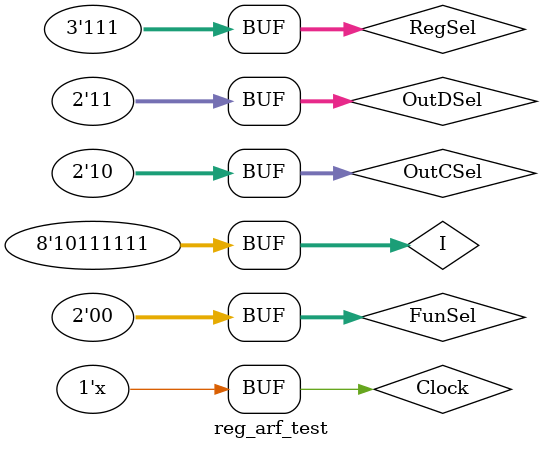
<source format=v>
`timescale 1ns / 1ps

module reg_arf_test();
    reg Clock;
    reg [7:0] I;
    reg [1:0] FunSel;
    reg [2:0] RegSel;
    reg [1:0] OutCSel;
    reg [1:0] OutDSel;
    wire [7:0] OutC;
    wire [7:0] OutD;
    
    arf_module uut(Clock, I, FunSel, RegSel, OutCSel, OutDSel, OutC, OutD);
    
    initial begin
        Clock=0; I=8'd1; FunSel=2'b10; RegSel=4'b1011; OutCSel=2'b00; OutDSel=2'b01; #250;
        I=8'd17; FunSel=2'b10; RegSel=4'b1101; OutCSel=2'b00; OutDSel=2'b10; #250;
        I=8'd191; FunSel=2'b10; RegSel=4'b1111; OutCSel=2'b10; OutDSel=2'b11; #250;
        I=8'd191; FunSel=2'b01; RegSel=4'b1011; OutCSel=2'b11; OutDSel=2'b00; #250;
        I=8'd191; FunSel=2'b00; RegSel=4'b1101; OutCSel=2'b01; OutDSel=2'b10; #250;
        I=8'd191; FunSel=2'b11; RegSel=4'b0000; OutCSel=2'b01; OutDSel=2'b10; #250;
        I=8'd191; FunSel=2'b00; RegSel=4'b1111; OutCSel=2'b10; OutDSel=2'b11; #250;
    end
    always begin
        Clock <= ~Clock; #125;
        Clock <= ~Clock; #125;
    end
endmodule

</source>
